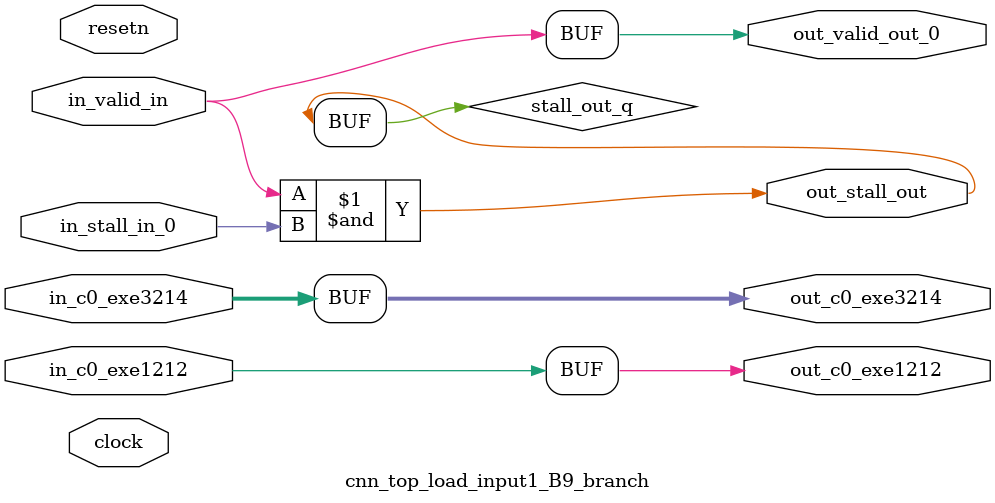
<source format=sv>



(* altera_attribute = "-name AUTO_SHIFT_REGISTER_RECOGNITION OFF; -name MESSAGE_DISABLE 10036; -name MESSAGE_DISABLE 10037; -name MESSAGE_DISABLE 14130; -name MESSAGE_DISABLE 14320; -name MESSAGE_DISABLE 15400; -name MESSAGE_DISABLE 14130; -name MESSAGE_DISABLE 10036; -name MESSAGE_DISABLE 12020; -name MESSAGE_DISABLE 12030; -name MESSAGE_DISABLE 12010; -name MESSAGE_DISABLE 12110; -name MESSAGE_DISABLE 14320; -name MESSAGE_DISABLE 13410; -name MESSAGE_DISABLE 113007; -name MESSAGE_DISABLE 10958" *)
module cnn_top_load_input1_B9_branch (
    input wire [0:0] in_c0_exe1212,
    input wire [31:0] in_c0_exe3214,
    input wire [0:0] in_stall_in_0,
    input wire [0:0] in_valid_in,
    output wire [0:0] out_c0_exe1212,
    output wire [31:0] out_c0_exe3214,
    output wire [0:0] out_stall_out,
    output wire [0:0] out_valid_out_0,
    input wire clock,
    input wire resetn
    );

    wire [0:0] stall_out_q;


    // out_c0_exe1212(GPOUT,6)
    assign out_c0_exe1212 = in_c0_exe1212;

    // out_c0_exe3214(GPOUT,7)
    assign out_c0_exe3214 = in_c0_exe3214;

    // stall_out(LOGICAL,10)
    assign stall_out_q = in_valid_in & in_stall_in_0;

    // out_stall_out(GPOUT,8)
    assign out_stall_out = stall_out_q;

    // out_valid_out_0(GPOUT,9)
    assign out_valid_out_0 = in_valid_in;

endmodule

</source>
